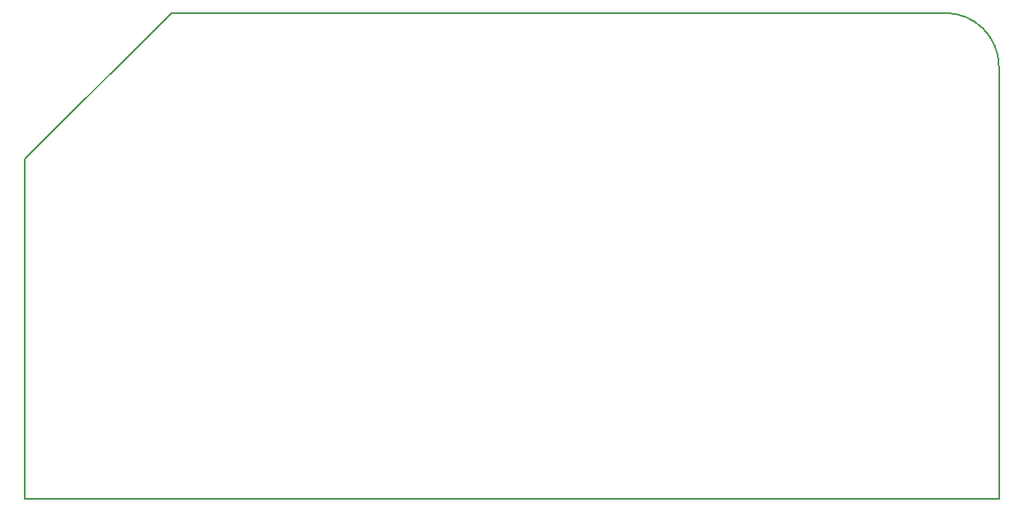
<source format=gbr>
%TF.GenerationSoftware,KiCad,Pcbnew,(6.0.6)*%
%TF.CreationDate,2022-07-25T23:07:27+01:00*%
%TF.ProjectId,rc2014-82c55-ide,72633230-3134-42d3-9832-6335352d6964,3-pre*%
%TF.SameCoordinates,Original*%
%TF.FileFunction,Profile,NP*%
%FSLAX46Y46*%
G04 Gerber Fmt 4.6, Leading zero omitted, Abs format (unit mm)*
G04 Created by KiCad (PCBNEW (6.0.6)) date 2022-07-25 23:07:27*
%MOMM*%
%LPD*%
G01*
G04 APERTURE LIST*
%TA.AperFunction,Profile*%
%ADD10C,0.150000*%
%TD*%
G04 APERTURE END LIST*
D10*
X160500000Y-120000000D02*
G75*
G03*
X155000000Y-114500000I-5500000J0D01*
G01*
X160500000Y-164500000D02*
X160500000Y-120000000D01*
X60500000Y-164500000D02*
X160500000Y-164500000D01*
X60500000Y-129500000D02*
X60500000Y-164500000D01*
X60500000Y-129500000D02*
X75500000Y-114500000D01*
X155000000Y-114500000D02*
X75500000Y-114500000D01*
M02*

</source>
